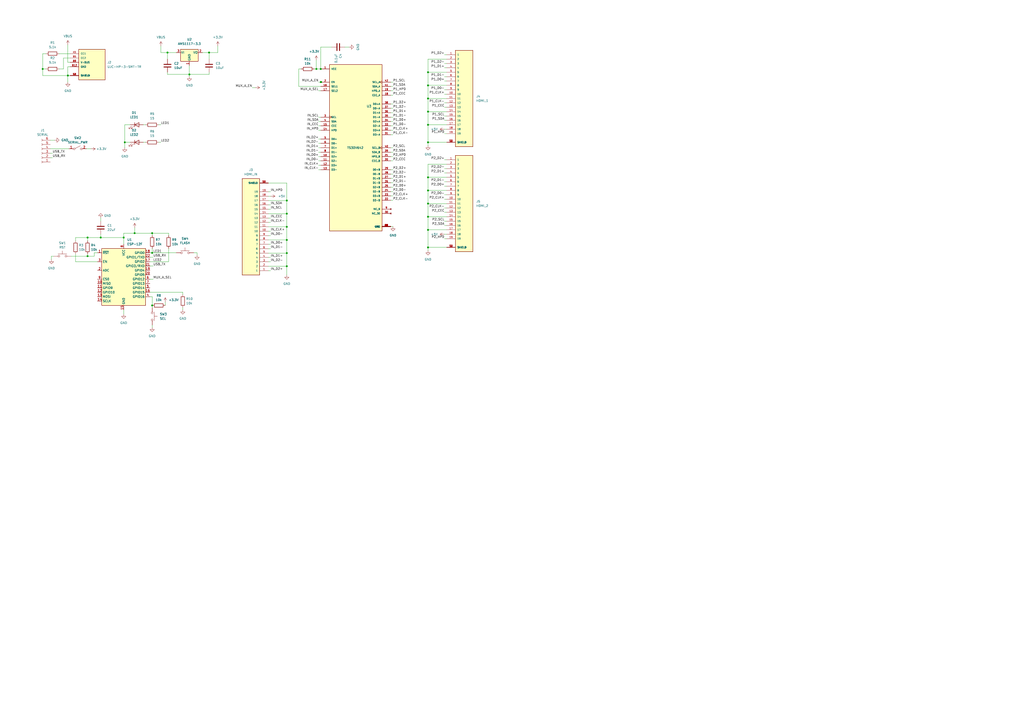
<source format=kicad_sch>
(kicad_sch (version 20211123) (generator eeschema)
  (paper "A2")
  (lib_symbols
    (symbol "Connector:Conn_01x06_Female" (pin_names (offset 1.016) hide)
      (property "Reference" "J" (at 0 7.62 0))
      (property "Value" "Conn_01x06_Female" (at 0 -10.16 0))
      (symbol "Conn_01x06_Female_1_1"
        (arc (start 0 -7.112) (mid -0.508 -7.62) (end 0 -8.128) (stroke (width 0.1524)))
        (arc (start 0 -4.572) (mid -0.508 -5.08) (end 0 -5.588) (stroke (width 0.1524)))
        (arc (start 0 -2.032) (mid -0.508 -2.54) (end 0 -3.048) (stroke (width 0.1524)))
        (polyline (pts (xy -1.27 -7.62) (xy -0.508 -7.62)) (stroke (width 0.1524)))
        (polyline (pts (xy -1.27 -5.08) (xy -0.508 -5.08)) (stroke (width 0.1524)))
        (polyline (pts (xy -1.27 -2.54) (xy -0.508 -2.54)) (stroke (width 0.1524)))
        (polyline (pts (xy -1.27 0) (xy -0.508 0)) (stroke (width 0.1524)))
        (polyline (pts (xy -1.27 2.54) (xy -0.508 2.54)) (stroke (width 0.1524)))
        (polyline (pts (xy -1.27 5.08) (xy -0.508 5.08)) (stroke (width 0.1524)))
        (arc (start 0 0.508) (mid -0.508 0) (end 0 -0.508) (stroke (width 0.1524)))
        (arc (start 0 3.048) (mid -0.508 2.54) (end 0 2.032) (stroke (width 0.1524)))
        (arc (start 0 5.588) (mid -0.508 5.08) (end 0 4.572) (stroke (width 0.1524)))
        (pin passive line (at -5.08 5.08 0) (length 3.81) (name "Pin_1") (number "1"))
        (pin passive line (at -5.08 2.54 0) (length 3.81) (name "Pin_2") (number "2"))
        (pin passive line (at -5.08 0 0) (length 3.81) (name "Pin_3") (number "3"))
        (pin passive line (at -5.08 -2.54 0) (length 3.81) (name "Pin_4") (number "4"))
        (pin passive line (at -5.08 -5.08 0) (length 3.81) (name "Pin_5") (number "5"))
        (pin passive line (at -5.08 -7.62 0) (length 3.81) (name "Pin_6") (number "6"))
      )
    )
    (symbol "Device:C" (pin_numbers hide) (pin_names (offset 0.254))
      (property "Reference" "C" (at 0.635 2.54 0))
      (property "Value" "C" (at 0.635 -2.54 0))
      (symbol "C_0_1"
        (polyline (pts (xy -2.032 -0.762) (xy 2.032 -0.762)) (stroke (width 0.508)))
        (polyline (pts (xy -2.032 0.762) (xy 2.032 0.762)) (stroke (width 0.508)))
      )
      (symbol "C_1_1"
        (pin passive line (at 0 3.81 270) (length 2.794) (name "~") (number "1"))
        (pin passive line (at 0 -3.81 90) (length 2.794) (name "~") (number "2"))
      )
    )
    (symbol "Device:LED" (pin_numbers hide) (pin_names (offset 1.016) hide)
      (property "Reference" "D" (at 0 2.54 0))
      (property "Value" "LED" (at 0 -2.54 0))
      (symbol "LED_0_1"
        (polyline (pts (xy -1.27 -1.27) (xy -1.27 1.27)) (stroke (width 0.254)))
        (polyline (pts (xy -1.27 0) (xy 1.27 0)))
        (polyline (pts (xy 1.27 -1.27) (xy 1.27 1.27) (xy -1.27 0) (xy 1.27 -1.27)) (stroke (width 0.254)))
        (polyline (pts (xy -3.048 -0.762) (xy -4.572 -2.286) (xy -3.81 -2.286) (xy -4.572 -2.286) (xy -4.572 -1.524)))
        (polyline (pts (xy -1.778 -0.762) (xy -3.302 -2.286) (xy -2.54 -2.286) (xy -3.302 -2.286) (xy -3.302 -1.524)))
      )
      (symbol "LED_1_1"
        (pin passive line (at -3.81 0 0) (length 2.54) (name "K") (number "1"))
        (pin passive line (at 3.81 0 180) (length 2.54) (name "A") (number "2"))
      )
    )
    (symbol "Device:R" (pin_numbers hide) (pin_names (offset 0))
      (property "Reference" "R" (at 2.032 0 90))
      (property "Value" "R" (at 0 0 90))
      (symbol "R_0_1"
        (rectangle (start -1.016 -2.54) (end 1.016 2.54) (stroke (width 0.254)))
      )
      (symbol "R_1_1"
        (pin passive line (at 0 3.81 270) (length 1.27) (name "~") (number "1"))
        (pin passive line (at 0 -3.81 90) (length 1.27) (name "~") (number "2"))
      )
    )
    (symbol "RF_Module:ESP-12F"
      (property "Reference" "U" (at -12.7 19.05 0))
      (property "Value" "ESP-12F" (at 12.7 19.05 0))
      (symbol "ESP-12F_0_1"
        (rectangle (start -12.7 17.78) (end 12.7 -15.24) (stroke (width 0.254)) (fill (type background)))
      )
      (symbol "ESP-12F_1_1"
        (pin input line (at -15.24 15.24 0) (length 2.54) (name "~{RST}") (number "1"))
        (pin bidirectional line (at -15.24 -2.54 0) (length 2.54) (name "MISO") (number "10"))
        (pin bidirectional line (at -15.24 -5.08 0) (length 2.54) (name "GPIO9") (number "11"))
        (pin bidirectional line (at -15.24 -7.62 0) (length 2.54) (name "GPIO10") (number "12"))
        (pin bidirectional line (at -15.24 -10.16 0) (length 2.54) (name "MOSI") (number "13"))
        (pin bidirectional line (at -15.24 -12.7 0) (length 2.54) (name "SCLK") (number "14"))
        (pin power_in line (at 0 -17.78 90) (length 2.54) (name "GND") (number "15"))
        (pin bidirectional line (at 15.24 -7.62 180) (length 2.54) (name "GPIO15") (number "16"))
        (pin bidirectional line (at 15.24 10.16 180) (length 2.54) (name "GPIO2") (number "17"))
        (pin bidirectional line (at 15.24 15.24 180) (length 2.54) (name "GPIO0") (number "18"))
        (pin bidirectional line (at 15.24 5.08 180) (length 2.54) (name "GPIO4") (number "19"))
        (pin input line (at -15.24 5.08 0) (length 2.54) (name "ADC") (number "2"))
        (pin bidirectional line (at 15.24 2.54 180) (length 2.54) (name "GPIO5") (number "20"))
        (pin bidirectional line (at 15.24 7.62 180) (length 2.54) (name "GPIO3/RXD") (number "21"))
        (pin bidirectional line (at 15.24 12.7 180) (length 2.54) (name "GPIO1/TXD") (number "22"))
        (pin input line (at -15.24 10.16 0) (length 2.54) (name "EN") (number "3"))
        (pin bidirectional line (at 15.24 -10.16 180) (length 2.54) (name "GPIO16") (number "4"))
        (pin bidirectional line (at 15.24 -5.08 180) (length 2.54) (name "GPIO14") (number "5"))
        (pin bidirectional line (at 15.24 0 180) (length 2.54) (name "GPIO12") (number "6"))
        (pin bidirectional line (at 15.24 -2.54 180) (length 2.54) (name "GPIO13") (number "7"))
        (pin power_in line (at 0 20.32 270) (length 2.54) (name "VCC") (number "8"))
        (pin input line (at -15.24 0 0) (length 2.54) (name "CS0") (number "9"))
      )
    )
    (symbol "Regulator_Linear:AMS1117-3.3" (pin_names (offset 0.254))
      (property "Reference" "U" (at -3.81 3.175 0))
      (property "Value" "AMS1117-3.3" (at 0 3.175 0))
      (symbol "AMS1117-3.3_0_1"
        (rectangle (start -5.08 -5.08) (end 5.08 1.905) (stroke (width 0.254)) (fill (type background)))
      )
      (symbol "AMS1117-3.3_1_1"
        (pin power_in line (at 0 -7.62 90) (length 2.54) (name "GND") (number "1"))
        (pin power_out line (at 7.62 0 180) (length 2.54) (name "VO") (number "2"))
        (pin power_in line (at -7.62 0 0) (length 2.54) (name "VI") (number "3"))
      )
    )
    (symbol "SS-53000-001:SS-53000-001" (pin_names (offset 1.016))
      (property "Reference" "J" (at -5.08 29.21 0))
      (property "Value" "SS-53000-001" (at -5.08 -30.48 0))
      (symbol "SS-53000-001_0_0"
        (rectangle (start -5.08 -27.94) (end 5.08 27.94) (stroke (width 0.254)) (fill (type background)))
        (pin passive line (at -10.16 25.4 0) (length 5.08) (name "1") (number "1"))
        (pin passive line (at -10.16 2.54 0) (length 5.08) (name "10") (number "10"))
        (pin passive line (at -10.16 0 0) (length 5.08) (name "11") (number "11"))
        (pin passive line (at -10.16 -2.54 0) (length 5.08) (name "12") (number "12"))
        (pin passive line (at -10.16 -5.08 0) (length 5.08) (name "13") (number "13"))
        (pin passive line (at -10.16 -7.62 0) (length 5.08) (name "14") (number "14"))
        (pin passive line (at -10.16 -10.16 0) (length 5.08) (name "15") (number "15"))
        (pin passive line (at -10.16 -12.7 0) (length 5.08) (name "16") (number "16"))
        (pin passive line (at -10.16 -15.24 0) (length 5.08) (name "17") (number "17"))
        (pin passive line (at -10.16 -17.78 0) (length 5.08) (name "18") (number "18"))
        (pin passive line (at -10.16 -20.32 0) (length 5.08) (name "19") (number "19"))
        (pin passive line (at -10.16 22.86 0) (length 5.08) (name "2") (number "2"))
        (pin passive line (at -10.16 20.32 0) (length 5.08) (name "3") (number "3"))
        (pin passive line (at -10.16 17.78 0) (length 5.08) (name "4") (number "4"))
        (pin passive line (at -10.16 15.24 0) (length 5.08) (name "5") (number "5"))
        (pin passive line (at -10.16 12.7 0) (length 5.08) (name "6") (number "6"))
        (pin passive line (at -10.16 10.16 0) (length 5.08) (name "7") (number "7"))
        (pin passive line (at -10.16 7.62 0) (length 5.08) (name "8") (number "8"))
        (pin passive line (at -10.16 5.08 0) (length 5.08) (name "9") (number "9"))
        (pin passive line (at -10.16 -25.4 0) (length 5.08) (name "SHIELD") (number "S1"))
        (pin passive line (at -10.16 -25.4 0) (length 5.08) (name "SHIELD") (number "S2"))
        (pin passive line (at -10.16 -25.4 0) (length 5.08) (name "SHIELD") (number "S3"))
        (pin passive line (at -10.16 -25.4 0) (length 5.08) (name "SHIELD") (number "S4"))
      )
    )
    (symbol "Switch:SW_Push" (pin_numbers hide) (pin_names (offset 1.016) hide)
      (property "Reference" "SW" (at 1.27 2.54 0))
      (property "Value" "SW_Push" (at 0 -1.524 0))
      (symbol "SW_Push_0_1"
        (circle (center -2.032 0) (radius 0.508))
        (polyline (pts (xy 0 1.27) (xy 0 3.048)))
        (polyline (pts (xy 2.54 1.27) (xy -2.54 1.27)))
        (circle (center 2.032 0) (radius 0.508))
        (pin passive line (at -5.08 0 0) (length 2.54) (name "1") (number "1"))
        (pin passive line (at 5.08 0 180) (length 2.54) (name "2") (number "2"))
      )
    )
    (symbol "Switch:SW_SPST" (pin_names (offset 0) hide)
      (property "Reference" "SW" (at 0 3.175 0))
      (property "Value" "SW_SPST" (at 0 -2.54 0))
      (symbol "SW_SPST_0_0"
        (circle (center -2.032 0) (radius 0.508))
        (polyline (pts (xy -1.524 0.254) (xy 1.524 1.778)))
        (circle (center 2.032 0) (radius 0.508))
      )
      (symbol "SW_SPST_1_1"
        (pin passive line (at -5.08 0 0) (length 2.54) (name "A") (number "1"))
        (pin passive line (at 5.08 0 180) (length 2.54) (name "B") (number "2"))
      )
    )
    (symbol "TS3DV642A0RUAR:TS3DV642A0RUAR" (pin_names (offset 1.016))
      (property "Reference" "U" (at -15.24 49.53 0))
      (property "Value" "TS3DV642A0RUAR" (at -15.24 -49.53 0))
      (symbol "TS3DV642A0RUAR_0_0"
        (rectangle (start -15.24 -48.26) (end 15.24 48.26) (stroke (width 0.254)) (fill (type background)))
        (pin power_in line (at -20.32 45.72 0) (length 5.08) (name "VCC") (number "1"))
        (pin bidirectional line (at -20.32 -5.08 0) (length 5.08) (name "D2+") (number "10"))
        (pin bidirectional line (at -20.32 -7.62 0) (length 5.08) (name "D2-") (number "11"))
        (pin bidirectional line (at -20.32 -10.16 0) (length 5.08) (name "D3+") (number "12"))
        (pin bidirectional line (at -20.32 -12.7 0) (length 5.08) (name "D3-") (number "13"))
        (pin bidirectional line (at -20.32 10.16 0) (length 5.08) (name "HPD") (number "14"))
        (pin bidirectional line (at -20.32 12.7 0) (length 5.08) (name "CEC") (number "15"))
        (pin input line (at -20.32 35.56 0) (length 5.08) (name "SEL1") (number "16"))
        (pin input line (at -20.32 33.02 0) (length 5.08) (name "SEL2") (number "17"))
        (pin bidirectional line (at 20.32 30.48 180) (length 5.08) (name "CEC_A") (number "18"))
        (pin bidirectional line (at 20.32 33.02 180) (length 5.08) (name "HPD_A") (number "19"))
        (pin input line (at -20.32 38.1 0) (length 5.08) (name "EN") (number "2"))
        (pin bidirectional line (at 20.32 -7.62 180) (length 5.08) (name "CEC_B") (number "20"))
        (pin bidirectional line (at 20.32 -5.08 180) (length 5.08) (name "HPD_B") (number "21"))
        (pin bidirectional line (at 20.32 -30.48 180) (length 5.08) (name "D3-B") (number "22"))
        (pin bidirectional line (at 20.32 -27.94 180) (length 5.08) (name "D3+B") (number "23"))
        (pin bidirectional line (at 20.32 -25.4 180) (length 5.08) (name "D2-B") (number "24"))
        (pin bidirectional line (at 20.32 -22.86 180) (length 5.08) (name "D2+B") (number "25"))
        (pin bidirectional line (at 20.32 -20.32 180) (length 5.08) (name "D1-B") (number "26"))
        (pin bidirectional line (at 20.32 -17.78 180) (length 5.08) (name "D1+B") (number "27"))
        (pin bidirectional line (at 20.32 -15.24 180) (length 5.08) (name "D0-B") (number "28"))
        (pin bidirectional line (at 20.32 -12.7 180) (length 5.08) (name "D0+B") (number "29"))
        (pin bidirectional clock (at -20.32 17.78 0) (length 5.08) (name "SCL") (number "3"))
        (pin no_connect line (at 20.32 -38.1 180) (length 5.08) (name "NC_30") (number "30"))
        (pin bidirectional line (at 20.32 7.62 180) (length 5.08) (name "D3-A") (number "31"))
        (pin bidirectional line (at 20.32 10.16 180) (length 5.08) (name "D3+A") (number "32"))
        (pin bidirectional line (at 20.32 12.7 180) (length 5.08) (name "D2-A") (number "33"))
        (pin bidirectional line (at 20.32 15.24 180) (length 5.08) (name "D2+A") (number "34"))
        (pin bidirectional line (at 20.32 17.78 180) (length 5.08) (name "D1-A") (number "35"))
        (pin bidirectional line (at 20.32 20.32 180) (length 5.08) (name "D1+A") (number "36"))
        (pin bidirectional line (at 20.32 22.86 180) (length 5.08) (name "D0-A") (number "37"))
        (pin bidirectional line (at 20.32 25.4 180) (length 5.08) (name "D0+A") (number "38"))
        (pin bidirectional line (at 20.32 -2.54 180) (length 5.08) (name "SDA_B") (number "39"))
        (pin bidirectional line (at -20.32 15.24 0) (length 5.08) (name "SDA") (number "4"))
        (pin bidirectional clock (at 20.32 0 180) (length 5.08) (name "SCL_B") (number "40"))
        (pin bidirectional line (at 20.32 35.56 180) (length 5.08) (name "SDA_A") (number "41"))
        (pin bidirectional clock (at 20.32 38.1 180) (length 5.08) (name "SCL_A") (number "42"))
        (pin power_in line (at 20.32 -45.72 180) (length 5.08) (name "GND") (number "43"))
        (pin power_in line (at 20.32 -45.72 180) (length 5.08) (name "GND") (number "44"))
        (pin power_in line (at 20.32 -45.72 180) (length 5.08) (name "GND") (number "45"))
        (pin power_in line (at 20.32 -45.72 180) (length 5.08) (name "GND") (number "46"))
        (pin power_in line (at 20.32 -45.72 180) (length 5.08) (name "GND") (number "47"))
        (pin power_in line (at 20.32 -45.72 180) (length 5.08) (name "GND") (number "48"))
        (pin power_in line (at 20.32 -45.72 180) (length 5.08) (name "GND") (number "49"))
        (pin bidirectional line (at -20.32 5.08 0) (length 5.08) (name "D0+") (number "5"))
        (pin power_in line (at 20.32 -45.72 180) (length 5.08) (name "GND") (number "50"))
        (pin power_in line (at 20.32 -45.72 180) (length 5.08) (name "GND") (number "51"))
        (pin power_in line (at 20.32 -45.72 180) (length 5.08) (name "GND") (number "52"))
        (pin power_in line (at 20.32 -45.72 180) (length 5.08) (name "GND") (number "53"))
        (pin power_in line (at 20.32 -45.72 180) (length 5.08) (name "GND") (number "54"))
        (pin power_in line (at 20.32 -45.72 180) (length 5.08) (name "GND") (number "55"))
        (pin power_in line (at 20.32 -45.72 180) (length 5.08) (name "GND") (number "56"))
        (pin power_in line (at 20.32 -45.72 180) (length 5.08) (name "GND") (number "57"))
        (pin power_in line (at 20.32 -45.72 180) (length 5.08) (name "GND") (number "58"))
        (pin power_in line (at 20.32 -45.72 180) (length 5.08) (name "GND") (number "59"))
        (pin bidirectional line (at -20.32 2.54 0) (length 5.08) (name "D0-") (number "6"))
        (pin power_in line (at 20.32 -45.72 180) (length 5.08) (name "GND") (number "60"))
        (pin bidirectional line (at -20.32 0 0) (length 5.08) (name "D1+") (number "7"))
        (pin bidirectional line (at -20.32 -2.54 0) (length 5.08) (name "D1-") (number "8"))
        (pin no_connect line (at 20.32 -35.56 180) (length 5.08) (name "NC_9") (number "9"))
      )
    )
    (symbol "UJC-HP-3-SMT-TR:UJC-HP-3-SMT-TR" (pin_names (offset 1.016))
      (property "Reference" "J" (at -7.62 8.89 0))
      (property "Value" "UJC-HP-3-SMT-TR" (at -7.62 -11.43 0))
      (symbol "UJC-HP-3-SMT-TR_0_0"
        (rectangle (start -7.62 -10.16) (end 7.62 7.62) (stroke (width 0.254)) (fill (type background)))
        (pin power_in line (at -12.7 -2.54 0) (length 5.08) (name "GND") (number "A12"))
        (pin bidirectional line (at -12.7 5.08 0) (length 5.08) (name "CC1") (number "A5"))
        (pin power_in line (at -12.7 0 0) (length 5.08) (name "V-BUS") (number "A9"))
        (pin power_in line (at -12.7 -2.54 0) (length 5.08) (name "GND") (number "B12"))
        (pin bidirectional line (at -12.7 2.54 0) (length 5.08) (name "CC2") (number "B5"))
        (pin power_in line (at -12.7 0 0) (length 5.08) (name "V-BUS") (number "B9"))
        (pin passive line (at -12.7 -7.62 0) (length 5.08) (name "SHIELD") (number "S1"))
        (pin passive line (at -12.7 -7.62 0) (length 5.08) (name "SHIELD") (number "S2"))
        (pin passive line (at -12.7 -7.62 0) (length 5.08) (name "SHIELD") (number "S3"))
        (pin passive line (at -12.7 -7.62 0) (length 5.08) (name "SHIELD") (number "S4"))
      )
    )
    (symbol "power:+3.3V" (power) (pin_names (offset 0))
      (property "Value" "+3.3V" (at 0 3.556 0))
      (symbol "+3.3V_0_1"
        (polyline (pts (xy -0.762 1.27) (xy 0 2.54)))
        (polyline (pts (xy 0 0) (xy 0 2.54)))
        (polyline (pts (xy 0 2.54) (xy 0.762 1.27)))
      )
      (symbol "+3.3V_1_1"
        (pin power_in line (at 0 0 90) (length 0) hide (name "+3.3V") (number "1"))
      )
    )
    (symbol "power:+5V" (power) (pin_names (offset 0))
      (property "Value" "+5V" (at 0 3.556 0))
      (symbol "+5V_0_1"
        (polyline (pts (xy -0.762 1.27) (xy 0 2.54)))
        (polyline (pts (xy 0 0) (xy 0 2.54)))
        (polyline (pts (xy 0 2.54) (xy 0.762 1.27)))
      )
      (symbol "+5V_1_1"
        (pin power_in line (at 0 0 90) (length 0) hide (name "+5V") (number "1"))
      )
    )
    (symbol "power:GND" (power) (pin_names (offset 0))
      (property "Value" "GND" (at 0 -3.81 0))
      (symbol "GND_0_1"
        (polyline (pts (xy 0 0) (xy 0 -1.27) (xy 1.27 -1.27) (xy 0 -2.54) (xy -1.27 -1.27) (xy 0 -1.27)))
      )
      (symbol "GND_1_1"
        (pin power_in line (at 0 0 270) (length 0) hide (name "GND") (number "1"))
      )
    )
    (symbol "power:VBUS" (power) (pin_names (offset 0))
      (property "Value" "VBUS" (at 0 3.81 0))
      (symbol "VBUS_0_1"
        (polyline (pts (xy -0.762 1.27) (xy 0 2.54)))
        (polyline (pts (xy 0 0) (xy 0 2.54)))
        (polyline (pts (xy 0 2.54) (xy 0.762 1.27)))
      )
      (symbol "VBUS_1_1"
        (pin power_in line (at 0 0 90) (length 0) hide (name "VBUS") (number "1"))
      )
    )
  )
  (junction (at 166.37 154.432))
  (junction (at 71.755 137.795))
  (junction (at 88.265 146.685))
  (junction (at 97.155 30.48))
  (junction (at 58.42 137.795))
  (junction (at 186.182 47.5996))
  (junction (at 248.285 125.73))
  (junction (at 248.285 133.35))
  (junction (at 248.285 110.49))
  (junction (at 248.285 102.87))
  (junction (at 166.37 116.332))
  (junction (at 166.37 139.192))
  (junction (at 186.1566 47.5996))
  (junction (at 248.285 82.55))
  (junction (at 109.855 43.18))
  (junction (at 183.515 40.005))
  (junction (at 24.765 40.005))
  (junction (at 248.285 41.91))
  (junction (at 39.37 43.815))
  (junction (at 50.8 137.795))
  (junction (at 248.285 72.39))
  (junction (at 248.285 118.11))
  (junction (at 248.285 49.53))
  (junction (at 248.285 57.15))
  (junction (at 248.285 143.51))
  (junction (at 121.285 30.48))
  (junction (at 166.37 131.572))
  (junction (at 50.8 148.59))
  (junction (at 166.37 146.812))
  (junction (at 88.265 135.255))
  (junction (at 72.39 82.55))
  (junction (at 186.055 40.005))
  (junction (at 78.105 135.255))
  (junction (at 88.265 177.165))
  (junction (at 166.37 123.952))
  (junction (at 248.285 64.77))
  (wire (pts (xy 226.695 85.725) (xy 227.965 85.725)))
  (wire (pts (xy 248.285 72.39) (xy 248.285 82.55)))
  (wire (pts (xy 41.275 148.59) (xy 50.8 148.59)))
  (wire (pts (xy 248.285 125.73) (xy 259.08 125.73)))
  (wire (pts (xy 166.37 123.952) (xy 166.37 116.332)))
  (wire (pts (xy 156.972 118.872) (xy 155.702 118.872)))
  (wire (pts (xy 166.37 154.432) (xy 166.37 146.812)))
  (wire (pts (xy 184.785 52.705) (xy 186.055 52.705)))
  (wire (pts (xy 186.055 27.305) (xy 192.405 27.305)))
  (wire (pts (xy 78.105 132.08) (xy 78.105 135.255)))
  (wire (pts (xy 166.37 116.332) (xy 155.702 116.332)))
  (wire (pts (xy 102.235 30.48) (xy 97.155 30.48)))
  (wire (pts (xy 71.755 179.705) (xy 71.755 182.245)))
  (wire (pts (xy 257.81 69.85) (xy 259.08 69.85)))
  (wire (pts (xy 121.285 30.48) (xy 121.285 34.29)))
  (wire (pts (xy 24.765 31.115) (xy 24.765 40.005)))
  (wire (pts (xy 34.29 31.115) (xy 40.64 31.115)))
  (wire (pts (xy 184.785 90.805) (xy 186.055 90.805)))
  (wire (pts (xy 226.695 93.345) (xy 227.965 93.345)))
  (wire (pts (xy 36.83 33.655) (xy 36.83 40.005)))
  (wire (pts (xy 92.075 82.55) (xy 93.345 82.55)))
  (wire (pts (xy 166.37 123.952) (xy 155.702 123.952)))
  (wire (pts (xy 97.155 41.91) (xy 97.155 43.18)))
  (wire (pts (xy 226.695 116.205) (xy 227.965 116.205)))
  (wire (pts (xy 156.972 156.972) (xy 155.702 156.972)))
  (wire (pts (xy 226.695 98.425) (xy 227.965 98.425)))
  (wire (pts (xy 257.81 77.47) (xy 259.08 77.47)))
  (wire (pts (xy 257.81 128.27) (xy 259.08 128.27)))
  (wire (pts (xy 146.304 50.8) (xy 148.082 50.8)))
  (wire (pts (xy 92.075 72.39) (xy 93.345 72.39)))
  (wire (pts (xy 121.285 30.48) (xy 126.365 30.48)))
  (wire (pts (xy 72.39 82.55) (xy 75.565 82.55)))
  (wire (pts (xy 184.785 47.625) (xy 186.055 47.625)))
  (wire (pts (xy 50.8 137.795) (xy 58.42 137.795)))
  (wire (pts (xy 109.855 43.18) (xy 121.285 43.18)))
  (wire (pts (xy 29.21 88.9) (xy 30.48 88.9)))
  (wire (pts (xy 183.515 34.925) (xy 183.515 40.005)))
  (wire (pts (xy 257.81 120.65) (xy 259.08 120.65)))
  (wire (pts (xy 257.81 54.61) (xy 259.08 54.61)))
  (wire (pts (xy 88.265 146.685) (xy 102.235 146.685)))
  (wire (pts (xy 88.265 144.145) (xy 88.265 146.685)))
  (wire (pts (xy 248.285 133.35) (xy 259.08 133.35)))
  (wire (pts (xy 257.81 115.57) (xy 259.08 115.57)))
  (wire (pts (xy 39.37 43.815) (xy 40.64 43.815)))
  (wire (pts (xy 257.81 59.69) (xy 259.08 59.69)))
  (wire (pts (xy 106.045 178.435) (xy 106.045 179.705)))
  (wire (pts (xy 26.67 31.115) (xy 24.765 31.115)))
  (wire (pts (xy 166.37 106.172) (xy 155.702 106.172)))
  (wire (pts (xy 88.265 188.595) (xy 88.265 189.865)))
  (wire (pts (xy 248.285 133.35) (xy 248.285 143.51)))
  (wire (pts (xy 93.345 30.48) (xy 93.345 26.67)))
  (wire (pts (xy 257.81 39.37) (xy 259.08 39.37)))
  (wire (pts (xy 166.37 139.192) (xy 155.702 139.192)))
  (wire (pts (xy 156.972 111.252) (xy 155.702 111.252)))
  (wire (pts (xy 173.355 40.005) (xy 174.625 40.005)))
  (wire (pts (xy 248.285 110.49) (xy 259.08 110.49)))
  (wire (pts (xy 106.045 170.815) (xy 106.045 169.545)))
  (wire (pts (xy 86.995 149.225) (xy 88.9 149.225)))
  (wire (pts (xy 259.08 34.29) (xy 248.285 34.29)))
  (wire (pts (xy 97.155 30.48) (xy 93.345 30.48)))
  (wire (pts (xy 226.695 100.965) (xy 227.965 100.965)))
  (wire (pts (xy 114.3 147.955) (xy 114.3 146.685)))
  (wire (pts (xy 114.3 146.685) (xy 112.395 146.685)))
  (wire (pts (xy 186.055 50.165) (xy 173.355 50.165)))
  (wire (pts (xy 248.285 49.53) (xy 259.08 49.53)))
  (wire (pts (xy 156.972 134.112) (xy 155.702 134.112)))
  (wire (pts (xy 248.285 110.49) (xy 248.285 118.11)))
  (wire (pts (xy 97.155 43.18) (xy 109.855 43.18)))
  (wire (pts (xy 43.815 151.765) (xy 56.515 151.765)))
  (wire (pts (xy 83.185 72.39) (xy 84.455 72.39)))
  (wire (pts (xy 72.39 82.55) (xy 72.39 85.598)))
  (wire (pts (xy 95.885 175.26) (xy 95.885 177.165)))
  (wire (pts (xy 39.37 36.195) (xy 40.64 36.195)))
  (wire (pts (xy 226.695 67.945) (xy 227.965 67.945)))
  (wire (pts (xy 257.81 36.83) (xy 259.08 36.83)))
  (wire (pts (xy 40.64 33.655) (xy 36.83 33.655)))
  (wire (pts (xy 226.695 131.445) (xy 227.965 131.445)))
  (wire (pts (xy 226.695 60.325) (xy 227.965 60.325)))
  (wire (pts (xy 226.695 88.265) (xy 227.965 88.265)))
  (wire (pts (xy 226.695 103.505) (xy 227.965 103.505)))
  (wire (pts (xy 166.37 131.572) (xy 155.702 131.572)))
  (wire (pts (xy 117.475 30.48) (xy 121.285 30.48)))
  (wire (pts (xy 184.785 83.185) (xy 186.055 83.185)))
  (wire (pts (xy 24.765 40.005) (xy 26.67 40.005)))
  (wire (pts (xy 43.815 151.765) (xy 43.815 147.32)))
  (wire (pts (xy 248.285 102.87) (xy 259.08 102.87)))
  (wire (pts (xy 72.39 82.55) (xy 72.39 72.39)))
  (wire (pts (xy 156.972 129.032) (xy 155.702 129.032)))
  (wire (pts (xy 248.285 57.15) (xy 248.285 64.77)))
  (wire (pts (xy 29.21 86.36) (xy 40.005 86.36)))
  (wire (pts (xy 257.81 97.79) (xy 259.08 97.79)))
  (wire (pts (xy 226.695 50.165) (xy 227.965 50.165)))
  (wire (pts (xy 257.81 107.95) (xy 259.08 107.95)))
  (wire (pts (xy 88.265 135.255) (xy 88.265 136.525)))
  (wire (pts (xy 43.815 139.7) (xy 43.815 137.795)))
  (wire (pts (xy 78.105 135.255) (xy 71.755 135.255)))
  (wire (pts (xy 39.37 47.625) (xy 39.37 43.815)))
  (wire (pts (xy 226.695 108.585) (xy 227.965 108.585)))
  (wire (pts (xy 257.81 46.99) (xy 259.08 46.99)))
  (wire (pts (xy 186.055 40.005) (xy 186.055 27.305)))
  (wire (pts (xy 248.285 64.77) (xy 248.285 72.39)))
  (wire (pts (xy 257.81 138.43) (xy 259.08 138.43)))
  (wire (pts (xy 156.972 149.352) (xy 155.702 149.352)))
  (wire (pts (xy 97.79 144.145) (xy 97.79 151.765)))
  (wire (pts (xy 156.972 121.412) (xy 155.702 121.412)))
  (wire (pts (xy 86.995 146.685) (xy 88.265 146.685)))
  (wire (pts (xy 156.972 126.492) (xy 155.702 126.492)))
  (wire (pts (xy 184.785 98.425) (xy 186.055 98.425)))
  (wire (pts (xy 248.285 57.15) (xy 259.08 57.15)))
  (wire (pts (xy 226.695 78.105) (xy 227.965 78.105)))
  (wire (pts (xy 248.285 49.53) (xy 248.285 57.15)))
  (wire (pts (xy 226.695 113.665) (xy 227.965 113.665)))
  (wire (pts (xy 184.785 80.645) (xy 186.055 80.645)))
  (wire (pts (xy 257.81 74.93) (xy 259.08 74.93)))
  (wire (pts (xy 29.21 91.44) (xy 30.48 91.44)))
  (wire (pts (xy 155.702 113.792) (xy 156.972 113.792)))
  (wire (pts (xy 257.81 100.33) (xy 259.08 100.33)))
  (wire (pts (xy 50.165 86.36) (xy 52.705 86.36)))
  (wire (pts (xy 184.785 95.885) (xy 186.055 95.885)))
  (wire (pts (xy 184.785 70.485) (xy 186.055 70.485)))
  (wire (pts (xy 166.37 116.332) (xy 166.37 106.172)))
  (wire (pts (xy 166.37 131.572) (xy 166.37 123.952)))
  (wire (pts (xy 126.365 30.48) (xy 126.365 26.67)))
  (wire (pts (xy 50.8 139.7) (xy 50.8 137.795)))
  (wire (pts (xy 259.08 95.25) (xy 248.285 95.25)))
  (wire (pts (xy 166.37 139.192) (xy 166.37 131.572)))
  (wire (pts (xy 166.37 154.432) (xy 166.37 159.512)))
  (wire (pts (xy 226.695 65.405) (xy 227.965 65.405)))
  (wire (pts (xy 183.515 40.005) (xy 186.055 40.005)))
  (wire (pts (xy 226.695 55.245) (xy 227.965 55.245)))
  (wire (pts (xy 97.79 135.255) (xy 97.79 136.525)))
  (wire (pts (xy 86.995 161.925) (xy 88.9 161.925)))
  (wire (pts (xy 54.61 148.59) (xy 50.8 148.59)))
  (wire (pts (xy 56.515 146.685) (xy 54.61 146.685)))
  (wire (pts (xy 156.972 136.652) (xy 155.702 136.652)))
  (wire (pts (xy 58.42 135.89) (xy 58.42 137.795)))
  (wire (pts (xy 156.972 141.732) (xy 155.702 141.732)))
  (wire (pts (xy 184.785 88.265) (xy 186.055 88.265)))
  (wire (pts (xy 226.695 62.865) (xy 227.965 62.865)))
  (wire (pts (xy 248.285 72.39) (xy 259.08 72.39)))
  (wire (pts (xy 50.8 148.59) (xy 50.8 147.32)))
  (wire (pts (xy 58.42 137.795) (xy 71.755 137.795)))
  (wire (pts (xy 200.025 27.305) (xy 202.565 27.305)))
  (wire (pts (xy 71.755 135.255) (xy 71.755 137.795)))
  (wire (pts (xy 184.785 75.565) (xy 186.055 75.565)))
  (wire (pts (xy 184.785 85.725) (xy 186.055 85.725)))
  (wire (pts (xy 248.285 82.55) (xy 259.08 82.55)))
  (wire (pts (xy 29.845 148.59) (xy 31.115 148.59)))
  (wire (pts (xy 166.37 146.812) (xy 166.37 139.192)))
  (wire (pts (xy 248.285 95.25) (xy 248.285 102.87)))
  (wire (pts (xy 248.285 34.29) (xy 248.285 41.91)))
  (wire (pts (xy 78.105 135.255) (xy 88.265 135.255)))
  (wire (pts (xy 43.815 137.795) (xy 50.8 137.795)))
  (wire (pts (xy 248.285 125.73) (xy 248.285 133.35)))
  (wire (pts (xy 58.42 126.365) (xy 58.42 128.27)))
  (wire (pts (xy 184.785 93.345) (xy 186.055 93.345)))
  (wire (pts (xy 184.785 73.025) (xy 186.055 73.025)))
  (wire (pts (xy 257.81 92.71) (xy 259.08 92.71)))
  (wire (pts (xy 257.81 135.89) (xy 259.08 135.89)))
  (wire (pts (xy 86.995 154.305) (xy 88.9 154.305)))
  (wire (pts (xy 257.81 123.19) (xy 259.08 123.19)))
  (wire (pts (xy 248.285 102.87) (xy 248.285 110.49)))
  (wire (pts (xy 155.702 154.432) (xy 166.37 154.432)))
  (wire (pts (xy 257.81 44.45) (xy 259.08 44.45)))
  (wire (pts (xy 248.285 41.91) (xy 259.08 41.91)))
  (wire (pts (xy 226.695 73.025) (xy 227.965 73.025)))
  (wire (pts (xy 257.81 105.41) (xy 259.08 105.41)))
  (wire (pts (xy 226.695 75.565) (xy 227.965 75.565)))
  (wire (pts (xy 29.845 150.495) (xy 29.845 148.59)))
  (wire (pts (xy 257.81 31.75) (xy 259.08 31.75)))
  (wire (pts (xy 226.695 47.625) (xy 227.965 47.625)))
  (wire (pts (xy 88.265 135.255) (xy 97.79 135.255)))
  (wire (pts (xy 109.855 38.1) (xy 109.855 43.18)))
  (wire (pts (xy 39.37 26.035) (xy 39.37 36.195)))
  (wire (pts (xy 39.37 43.815) (xy 39.37 38.735)))
  (wire (pts (xy 71.755 137.795) (xy 71.755 141.605)))
  (wire (pts (xy 248.285 143.51) (xy 248.285 145.415)))
  (wire (pts (xy 88.265 172.085) (xy 88.265 177.165)))
  (wire (pts (xy 257.81 113.03) (xy 259.08 113.03)))
  (wire (pts (xy 54.61 146.685) (xy 54.61 148.59)))
  (wire (pts (xy 257.81 67.31) (xy 259.08 67.31)))
  (wire (pts (xy 248.285 41.91) (xy 248.285 49.53)))
  (wire (pts (xy 88.265 177.165) (xy 88.265 178.435)))
  (wire (pts (xy 72.39 72.39) (xy 75.565 72.39)))
  (wire (pts (xy 86.995 169.545) (xy 106.045 169.545)))
  (wire (pts (xy 156.972 144.272) (xy 155.702 144.272)))
  (wire (pts (xy 121.285 41.91) (xy 121.285 43.18)))
  (wire (pts (xy 173.355 50.165) (xy 173.355 40.005)))
  (wire (pts (xy 29.21 81.28) (xy 31.75 81.28)))
  (wire (pts (xy 226.695 106.045) (xy 227.965 106.045)))
  (wire (pts (xy 36.83 40.005) (xy 34.29 40.005)))
  (wire (pts (xy 248.285 64.77) (xy 259.08 64.77)))
  (wire (pts (xy 226.695 111.125) (xy 227.965 111.125)))
  (wire (pts (xy 248.285 82.55) (xy 248.285 84.455)))
  (wire (pts (xy 226.695 90.805) (xy 227.965 90.805)))
  (wire (pts (xy 24.765 43.815) (xy 39.37 43.815)))
  (wire (pts (xy 257.81 130.81) (xy 259.08 130.81)))
  (wire (pts (xy 226.695 70.485) (xy 227.965 70.485)))
  (wire (pts (xy 257.81 62.23) (xy 259.08 62.23)))
  (wire (pts (xy 86.995 172.085) (xy 88.265 172.085)))
  (wire (pts (xy 109.855 43.18) (xy 109.855 44.45)))
  (wire (pts (xy 182.245 40.005) (xy 183.515 40.005)))
  (wire (pts (xy 257.81 52.07) (xy 259.08 52.07)))
  (wire (pts (xy 86.995 151.765) (xy 97.79 151.765)))
  (wire (pts (xy 248.285 118.11) (xy 259.08 118.11)))
  (wire (pts (xy 186.182 47.5996) (xy 186.1566 47.5996)))
  (wire (pts (xy 24.765 40.005) (xy 24.765 43.815)))
  (wire (pts (xy 248.285 143.51) (xy 259.08 143.51)))
  (wire (pts (xy 156.972 151.892) (xy 155.702 151.892)))
  (wire (pts (xy 248.285 118.11) (xy 248.285 125.73)))
  (wire (pts (xy 226.695 52.705) (xy 227.965 52.705)))
  (wire (pts (xy 83.185 82.55) (xy 84.455 82.55)))
  (wire (pts (xy 97.155 30.48) (xy 97.155 34.29)))
  (wire (pts (xy 39.37 38.735) (xy 40.64 38.735)))
  (wire (pts (xy 166.37 146.812) (xy 155.702 146.812)))
  (wire (pts (xy 184.785 67.945) (xy 186.055 67.945)))
  (label "P2_D1+" (at 227.965 103.505 0))
  (label "P1_D1-" (at 227.965 67.945 0))
  (label "LED1" (at 88.9 146.685 0))
  (label "IN_CLK-" (at 184.785 98.425 180))
  (label "IN_D2-" (at 156.972 151.892 0))
  (label "IN_CLK-" (at 156.972 129.032 0))
  (label "P1_HPD" (at 257.81 77.47 180))
  (label "P1_CEC" (at 227.965 55.245 0))
  (label "P1_CLK-" (at 257.81 59.69 180))
  (label "P1_SDA" (at 227.965 50.165 0))
  (label "P1_CLK-" (at 227.965 78.105 0))
  (label "IN_SCL" (at 156.972 121.412 0))
  (label "P1_D2-" (at 227.965 62.865 0))
  (label "P2_CEC" (at 257.81 123.19 180))
  (label "LED2" (at 88.9 151.765 0))
  (label "P2_CLK+" (at 257.81 115.57 180))
  (label "MUX_A_EN" (at 146.304 50.8 180))
  (label "P1_CLK+" (at 257.81 54.61 180))
  (label "IN_CLK+" (at 184.785 95.885 180))
  (label "IN_D0-" (at 156.972 136.652 0))
  (label "MUX_A_SEL" (at 88.9 161.925 0))
  (label "IN_D1+" (at 184.785 85.725 180))
  (label "P2_HPD" (at 257.81 138.43 180))
  (label "P2_D0-" (at 257.81 113.03 180))
  (label "P2_D2+" (at 227.965 98.425 0))
  (label "USB_RX" (at 88.9 149.225 0))
  (label "P1_D0+" (at 257.81 46.99 180))
  (label "IN_SDA" (at 156.972 118.872 0))
  (label "P1_CLK+" (at 227.965 75.565 0))
  (label "LED2" (at 93.345 82.55 0))
  (label "IN_SCL" (at 184.785 67.945 180))
  (label "IN_D2+" (at 156.972 156.972 0))
  (label "P2_D0+" (at 257.81 107.95 180))
  (label "P2_D2-" (at 227.965 100.965 0))
  (label "P2_HPD" (at 227.965 90.805 0))
  (label "IN_D1-" (at 184.785 88.265 180))
  (label "P2_D1-" (at 227.965 106.045 0))
  (label "P1_SCL" (at 227.965 47.625 0))
  (label "P2_CEC" (at 227.965 93.345 0))
  (label "P2_D0+" (at 227.965 108.585 0))
  (label "P1_D1+" (at 257.81 39.37 180))
  (label "P1_CEC" (at 257.81 62.23 180))
  (label "IN_CEC" (at 184.785 73.025 180))
  (label "P2_D1+" (at 257.81 100.33 180))
  (label "USB_RX" (at 30.48 91.44 0))
  (label "P1_SDA" (at 257.81 69.85 180))
  (label "P2_D2-" (at 257.81 97.79 180))
  (label "P1_HPD" (at 227.965 52.705 0))
  (label "IN_D0+" (at 184.785 90.805 180))
  (label "IN_CLK+" (at 156.972 134.112 0))
  (label "P1_D1-" (at 257.81 44.45 180))
  (label "P2_CLK-" (at 227.965 116.205 0))
  (label "IN_D2-" (at 184.785 83.185 180))
  (label "P1_D2+" (at 257.81 31.75 180))
  (label "MUX_A_EN" (at 184.785 47.625 180))
  (label "P2_D1-" (at 257.81 105.41 180))
  (label "P1_D2-" (at 257.81 36.83 180))
  (label "P2_SDA" (at 257.81 130.81 180))
  (label "LED1" (at 93.345 72.39 0))
  (label "P2_CLK+" (at 227.965 113.665 0))
  (label "IN_HPD" (at 156.972 111.252 0))
  (label "IN_D0-" (at 184.785 93.345 180))
  (label "MUX_A_SEL" (at 184.785 52.705 180))
  (label "P1_D1+" (at 227.965 65.405 0))
  (label "P2_SDA" (at 227.965 88.265 0))
  (label "IN_D0+" (at 156.972 141.732 0))
  (label "P1_D0-" (at 227.965 73.025 0))
  (label "P2_D0-" (at 227.965 111.125 0))
  (label "P1_D0-" (at 257.81 52.07 180))
  (label "IN_D1-" (at 156.972 144.272 0))
  (label "P2_CLK-" (at 257.81 120.65 180))
  (label "P2_SCL" (at 257.81 128.27 180))
  (label "IN_CEC" (at 156.972 126.492 0))
  (label "USB_TX" (at 30.48 88.9 0))
  (label "P1_D2+" (at 227.965 60.325 0))
  (label "IN_D2+" (at 184.785 80.645 180))
  (label "P1_D0+" (at 227.965 70.485 0))
  (label "P1_SCL" (at 257.81 67.31 180))
  (label "P2_D2+" (at 257.81 92.71 180))
  (label "IN_D1+" (at 156.972 149.352 0))
  (label "USB_TX" (at 88.9 154.305 0))
  (label "IN_SDA" (at 184.785 70.485 180))
  (label "P2_SCL" (at 227.965 85.725 0))
  (label "IN_HPD" (at 184.785 75.565 180))
  (symbol (lib_id "Device:C") (at 97.155 38.1 0) (unit 1)
    (property "Reference" "C2" (at 100.965 36.8299 0) (effects (justify left)))
    (property "Value" "10uF" (at 100.965 39.3699 0) (effects (justify left)))
    (property "Footprint" "Capacitor_SMD:C_0603_1608Metric_Pad1.08x0.95mm_HandSolder" (effects hide))
  )
  (symbol (lib_id "TS3DV642A0RUAR:TS3DV642A0RUAR") (at 206.375 85.725 0) (unit 1)
    (property "Reference" "U3" (at 212.725 61.595 0) (effects (justify left)))
    (property "Value" "TS3DV642" (at 201.295 85.725 0) (effects (justify left)))
    (property "Footprint" "QFN50P900X350X80-43N:QFN50P900X350X80-43N" (effects hide))
    (property "MANUFACTURER" "Texas Instruments" (effects hide))
    (property "PARTREV" "4219139/A 03/2020" (effects hide))
    (property "STANDARD" "IPC-7351B" (effects hide))
    (property "MAXIMUM_PACKAGE_HEIGHT" "0.8MM" (effects hide))
  )
  (symbol (lib_id "Switch:SW_Push") (at 107.315 146.685 0) (unit 1)
    (property "Reference" "SW4" (at 107.315 138.43 0))
    (property "Value" "FLASH" (at 107.315 140.97 0))
    (property "Footprint" "Button_Switch_THT:SW_PUSH_6mm" (effects hide))
  )
  (symbol (lib_id "power:GND") (at 227.965 131.445 0) (unit 1)
    (property "Reference" "#PWR021" (effects hide))
    (property "Value" "GND" (at 227.965 136.525 0))
  )
  (symbol (lib_id "Device:R") (at 30.48 40.005 90) (unit 1)
    (property "Reference" "R2" (at 30.48 33.655 90))
    (property "Value" "5.1k" (at 30.48 36.195 90))
    (property "Footprint" "Resistor_SMD:R_0805_2012Metric_Pad1.20x1.40mm_HandSolder" (effects hide))
  )
  (symbol (lib_id "power:+3.3V") (at 126.365 26.67 0) (unit 1)
    (property "Reference" "#PWR016" (effects hide))
    (property "Value" "+3.3V" (at 126.365 21.59 0))
  )
  (symbol (lib_id "power:VBUS") (at 93.345 26.67 0) (unit 1)
    (property "Reference" "#PWR011" (effects hide))
    (property "Value" "VBUS" (at 93.345 21.59 0))
  )
  (symbol (lib_id "Regulator_Linear:AMS1117-3.3") (at 109.855 30.48 0) (unit 1)
    (property "Reference" "U2" (at 109.855 22.86 0))
    (property "Value" "AMS1117-3.3" (at 109.855 25.4 0))
    (property "Footprint" "Package_TO_SOT_SMD:SOT-223-3_TabPin2" (effects hide))
    (property "Datasheet" "http://www.advanced-monolithic.com/pdf/ds1117.pdf" (effects hide))
  )
  (symbol (lib_id "power:GND") (at 72.39 85.598 0) (unit 1)
    (property "Reference" "#PWR08" (effects hide))
    (property "Value" "GND" (at 72.39 90.678 0))
  )
  (symbol (lib_id "Switch:SW_Push") (at 88.265 183.515 270) (unit 1)
    (property "Reference" "SW3" (at 92.71 182.2449 90) (effects (justify left)))
    (property "Value" "SEL" (at 92.71 184.7849 90) (effects (justify left)))
    (property "Footprint" "Button_Switch_THT:SW_PUSH_6mm" (effects hide))
  )
  (symbol (lib_id "Device:R") (at 106.045 174.625 0) (unit 1)
    (property "Reference" "R10" (at 107.95 173.3549 0) (effects (justify left)))
    (property "Value" "10k" (at 107.95 175.8949 0) (effects (justify left)))
    (property "Footprint" "Resistor_SMD:R_0805_2012Metric_Pad1.20x1.40mm_HandSolder" (effects hide))
  )
  (symbol (lib_id "Device:R") (at 88.265 72.39 90) (unit 1)
    (property "Reference" "R5" (at 88.265 66.04 90))
    (property "Value" "15" (at 88.265 68.58 90))
    (property "Footprint" "Resistor_SMD:R_0805_2012Metric_Pad1.20x1.40mm_HandSolder" (effects hide))
  )
  (symbol (lib_id "power:GND") (at 31.75 81.28 90) (unit 1)
    (property "Reference" "#PWR02" (effects hide))
    (property "Value" "GND" (at 35.56 81.2799 90) (effects (justify right)))
  )
  (symbol (lib_id "power:GND") (at 71.755 182.245 0) (unit 1)
    (property "Reference" "#PWR07" (effects hide))
    (property "Value" "GND" (at 71.755 187.325 0))
  )
  (symbol (lib_id "Device:R") (at 92.075 177.165 90) (unit 1)
    (property "Reference" "R8" (at 92.075 171.45 90))
    (property "Value" "10k" (at 92.075 173.99 90))
    (property "Footprint" "Resistor_SMD:R_0805_2012Metric_Pad1.20x1.40mm_HandSolder" (effects hide))
  )
  (symbol (lib_id "power:GND") (at 29.845 150.495 0) (unit 1)
    (property "Reference" "#PWR01" (effects hide))
    (property "Value" "GND" (at 29.845 155.575 0))
  )
  (symbol (lib_id "Switch:SW_SPST") (at 45.085 86.36 0) (unit 1)
    (property "Reference" "SW2" (at 45.085 80.01 0))
    (property "Value" "SERIAL_PWR" (at 45.085 82.55 0))
    (property "Footprint" "MINI-SPDT-SW:MINI-SPDT-SW" (effects hide))
  )
  (symbol (lib_id "SS-53000-001:SS-53000-001") (at 269.24 118.11 0) (unit 1)
    (property "Reference" "J5" (at 276.225 116.8399 0) (effects (justify left)))
    (property "Value" "HDMI_2" (at 276.225 119.3799 0) (effects (justify left)))
    (property "Footprint" "STEWART_SS-53000-001:STEWART_SS-53000-001" (effects hide))
    (property "Datasheet" "https://en.wikipedia.org/wiki/HDMI" (effects hide))
    (property "MAXIMUM_PACKAGE_HEIGHT" "6.18 mm" (effects hide))
    (property "STANDARD" "Manufacturer Recommendations" (effects hide))
    (property "PARTREV" "A0" (effects hide))
    (property "MANUFACTURER" "BelFuse" (effects hide))
  )
  (symbol (lib_id "power:GND") (at 39.37 47.625 0) (unit 1)
    (property "Reference" "#PWR04" (effects hide))
    (property "Value" "GND" (at 39.37 52.705 0))
  )
  (symbol (lib_id "Device:C") (at 58.42 132.08 0) (unit 1)
    (property "Reference" "C1" (at 62.23 130.8099 0) (effects (justify left)))
    (property "Value" "22uF" (at 62.23 133.3499 0) (effects (justify left)))
    (property "Footprint" "Capacitor_SMD:C_0603_1608Metric_Pad1.08x0.95mm_HandSolder" (effects hide))
  )
  (symbol (lib_id "power:GND") (at 202.565 27.305 90) (unit 1)
    (property "Reference" "#PWR020" (effects hide))
    (property "Value" "GND" (at 207.645 27.305 0))
  )
  (symbol (lib_id "Device:C") (at 196.215 27.305 270) (unit 1)
    (property "Reference" "C4" (at 197.4851 31.115 0) (effects (justify left)))
    (property "Value" "0.1uF" (at 194.9451 31.115 0) (effects (justify left)))
    (property "Footprint" "Capacitor_SMD:C_0603_1608Metric_Pad1.08x0.95mm_HandSolder" (effects hide))
  )
  (symbol (lib_id "power:+5V") (at 156.972 113.792 270) (unit 1)
    (property "Reference" "#PWR017" (effects hide))
    (property "Value" "+5V" (at 161.29 113.7919 90) (effects (justify left)))
  )
  (symbol (lib_id "power:+5V") (at 257.81 74.93 90) (unit 1)
    (property "Reference" "#PWR024" (effects hide))
    (property "Value" "+5V" (at 254 74.9299 90) (effects (justify left)))
  )
  (symbol (lib_id "Device:R") (at 50.8 143.51 0) (unit 1)
    (property "Reference" "R4" (at 52.705 142.2399 0) (effects (justify left)))
    (property "Value" "10k" (at 52.705 144.7799 0) (effects (justify left)))
    (property "Footprint" "Resistor_SMD:R_0805_2012Metric_Pad1.20x1.40mm_HandSolder" (effects hide))
  )
  (symbol (lib_id "power:GND") (at 166.37 159.512 0) (unit 1)
    (property "Reference" "#PWR018" (effects hide))
    (property "Value" "GND" (at 166.37 164.592 0))
  )
  (symbol (lib_id "Device:R") (at 97.79 140.335 0) (unit 1)
    (property "Reference" "R9" (at 99.695 139.0649 0) (effects (justify left)))
    (property "Value" "10k" (at 99.695 141.6049 0) (effects (justify left)))
    (property "Footprint" "Resistor_SMD:R_0805_2012Metric_Pad1.20x1.40mm_HandSolder" (effects hide))
  )
  (symbol (lib_id "power:GND") (at 88.265 189.865 0) (unit 1)
    (property "Reference" "#PWR010" (effects hide))
    (property "Value" "GND" (at 88.265 194.945 0))
  )
  (symbol (lib_id "Device:R") (at 88.265 140.335 0) (unit 1)
    (property "Reference" "R7" (at 90.17 139.0649 0) (effects (justify left)))
    (property "Value" "10k" (at 90.17 141.6049 0) (effects (justify left)))
    (property "Footprint" "Resistor_SMD:R_0805_2012Metric_Pad1.20x1.40mm_HandSolder" (effects hide))
  )
  (symbol (lib_id "Device:LED") (at 79.375 72.39 0) (unit 1)
    (property "Reference" "D1" (at 77.7875 65.405 0))
    (property "Value" "LED1" (at 77.7875 67.945 0))
    (property "Footprint" "LED_SMD:LED_0805_2012Metric_Pad1.15x1.40mm_HandSolder" (effects hide))
  )
  (symbol (lib_id "power:VBUS") (at 39.37 26.035 0) (unit 1)
    (property "Reference" "#PWR03" (effects hide))
    (property "Value" "VBUS" (at 39.37 20.955 0))
  )
  (symbol (lib_id "power:GND") (at 109.855 44.45 0) (unit 1)
    (property "Reference" "#PWR014" (effects hide))
    (property "Value" "GND" (at 109.855 49.53 0))
  )
  (symbol (lib_id "power:GND") (at 248.285 145.415 0) (unit 1)
    (property "Reference" "#PWR023" (effects hide))
    (property "Value" "GND" (at 248.285 150.495 0))
  )
  (symbol (lib_id "power:+5V") (at 257.81 135.89 90) (unit 1)
    (property "Reference" "#PWR025" (effects hide))
    (property "Value" "+5V" (at 254 135.8899 90) (effects (justify left)))
  )
  (symbol (lib_id "Switch:SW_Push") (at 36.195 148.59 0) (unit 1)
    (property "Reference" "SW1" (at 36.195 140.97 0))
    (property "Value" "RST" (at 36.195 143.51 0))
    (property "Footprint" "Button_Switch_THT:SW_PUSH_6mm" (effects hide))
  )
  (symbol (lib_id "Device:R") (at 88.265 82.55 90) (unit 1)
    (property "Reference" "R6" (at 88.265 76.2 90))
    (property "Value" "15" (at 88.265 78.74 90))
    (property "Footprint" "Resistor_SMD:R_0805_2012Metric_Pad1.20x1.40mm_HandSolder" (effects hide))
  )
  (symbol (lib_id "power:GND") (at 58.42 126.365 180) (unit 1)
    (property "Reference" "#PWR06" (effects hide))
    (property "Value" "GND" (at 60.325 125.0949 0) (effects (justify right)))
  )
  (symbol (lib_id "Device:R") (at 43.815 143.51 0) (unit 1)
    (property "Reference" "R3" (at 45.72 142.2399 0) (effects (justify left)))
    (property "Value" "10k" (at 45.72 144.7799 0) (effects (justify left)))
    (property "Footprint" "Resistor_SMD:R_0805_2012Metric_Pad1.20x1.40mm_HandSolder" (effects hide))
  )
  (symbol (lib_id "power:GND") (at 114.3 147.955 0) (unit 1)
    (property "Reference" "#PWR015" (effects hide))
    (property "Value" "GND" (at 114.3 153.035 0))
  )
  (symbol (lib_id "power:+3.3V") (at 183.515 34.925 0) (unit 1)
    (property "Reference" "#PWR019" (effects hide))
    (property "Value" "+3.3V" (at 182.245 29.845 0))
  )
  (symbol (lib_id "power:+3.3V") (at 78.105 132.08 0) (unit 1)
    (property "Reference" "#PWR09" (effects hide))
    (property "Value" "+3.3V" (at 78.105 127 0))
  )
  (symbol (lib_id "power:+3.3V") (at 95.885 175.26 0) (unit 1)
    (property "Reference" "#PWR012" (effects hide))
    (property "Value" "+3.3V" (at 97.79 173.9899 0) (effects (justify left)))
  )
  (symbol (lib_id "power:GND") (at 248.285 84.455 0) (unit 1)
    (property "Reference" "#PWR022" (effects hide))
    (property "Value" "GND" (at 248.285 89.535 0))
  )
  (symbol (lib_id "UJC-HP-3-SMT-TR:UJC-HP-3-SMT-TR") (at 53.34 36.195 0) (unit 1)
    (property "Reference" "J2" (at 62.23 36.1949 0) (effects (justify left)))
    (property "Value" "UJC-HP-3-SMT-TR" (at 62.23 38.7349 0) (effects (justify left)))
    (property "Footprint" "CUI_UJC-HP-3-SMT-TR:CUI_UJC-HP-3-SMT-TR" (effects hide))
    (property "PARTREV" "04/30/2020" (effects hide))
    (property "MANUFACTURER" "CUI Devices" (effects hide))
    (property "MAXIMUM_PACKAGE_HEIGHT" "3.16mm" (effects hide))
    (property "STANDARD" "Manufacturer recommendations" (effects hide))
  )
  (symbol (lib_id "Connector:Conn_01x06_Female") (at 24.13 88.9 180) (unit 1)
    (property "Reference" "J1" (at 24.765 75.565 0))
    (property "Value" "SERIAL" (at 24.765 78.105 0))
    (property "Footprint" "Connector_PinSocket_2.54mm:PinSocket_1x06_P2.54mm_Vertical" (effects hide))
  )
  (symbol (lib_id "Device:C") (at 121.285 38.1 0) (unit 1)
    (property "Reference" "C3" (at 125.095 36.8299 0) (effects (justify left)))
    (property "Value" "10uF" (at 125.095 39.3699 0) (effects (justify left)))
    (property "Footprint" "Capacitor_SMD:C_0603_1608Metric_Pad1.08x0.95mm_HandSolder" (effects hide))
  )
  (symbol (lib_id "SS-53000-001:SS-53000-001") (at 269.24 57.15 0) (unit 1)
    (property "Reference" "J4" (at 276.225 55.8799 0) (effects (justify left)))
    (property "Value" "HDMI_1" (at 276.225 58.4199 0) (effects (justify left)))
    (property "Footprint" "STEWART_SS-53000-001:STEWART_SS-53000-001" (effects hide))
    (property "Datasheet" "https://en.wikipedia.org/wiki/HDMI" (effects hide))
    (property "MAXIMUM_PACKAGE_HEIGHT" "6.18 mm" (effects hide))
    (property "STANDARD" "Manufacturer Recommendations" (effects hide))
    (property "PARTREV" "A0" (effects hide))
    (property "MANUFACTURER" "BelFuse" (effects hide))
  )
  (symbol (lib_id "power:+3.3V") (at 148.082 50.8 270) (unit 1)
    (property "Reference" "#PWR?" (effects hide))
    (property "Value" "+3.3V" (at 153.162 49.53 0))
  )
  (symbol (lib_id "SS-53000-001:SS-53000-001") (at 145.542 131.572 180) (unit 1)
    (property "Reference" "J3" (at 145.542 98.552 0))
    (property "Value" "HDMI_IN" (at 145.542 101.092 0))
    (property "Footprint" "STEWART_SS-53000-001:STEWART_SS-53000-001" (effects hide))
    (property "Datasheet" "https://en.wikipedia.org/wiki/HDMI" (effects hide))
    (property "MAXIMUM_PACKAGE_HEIGHT" "6.18 mm" (effects hide))
    (property "STANDARD" "Manufacturer Recommendations" (effects hide))
    (property "PARTREV" "A0" (effects hide))
    (property "MANUFACTURER" "BelFuse" (effects hide))
  )
  (symbol (lib_id "RF_Module:ESP-12F") (at 71.755 161.925 0) (unit 1)
    (property "Reference" "U1" (at 73.7744 139.065 0) (effects (justify left)))
    (property "Value" "ESP-12F" (at 73.7744 141.605 0) (effects (justify left)))
    (property "Footprint" "RF_Module:ESP-12E" (effects hide))
    (property "Datasheet" "http://wiki.ai-thinker.com/_media/esp8266/esp8266_series_modules_user_manual_v1.1.pdf" (effects hide))
  )
  (symbol (lib_id "Device:R") (at 178.435 40.005 90) (unit 1)
    (property "Reference" "R11" (at 178.435 34.29 90))
    (property "Value" "10k" (at 178.435 36.83 90))
    (property "Footprint" "Resistor_SMD:R_0805_2012Metric_Pad1.20x1.40mm_HandSolder" (effects hide))
  )
  (symbol (lib_id "Device:LED") (at 79.375 82.55 0) (unit 1)
    (property "Reference" "D2" (at 77.7875 75.565 0))
    (property "Value" "LED2" (at 77.7875 78.105 0))
    (property "Footprint" "LED_SMD:LED_0805_2012Metric_Pad1.15x1.40mm_HandSolder" (effects hide))
  )
  (symbol (lib_id "power:GND") (at 106.045 179.705 0) (unit 1)
    (property "Reference" "#PWR013" (effects hide))
    (property "Value" "GND" (at 106.045 184.785 0))
  )
  (symbol (lib_id "power:+3.3V") (at 52.705 86.36 270) (unit 1)
    (property "Reference" "#PWR05" (effects hide))
    (property "Value" "+3.3V" (at 55.88 86.3599 90) (effects (justify left)))
  )
  (symbol (lib_id "Device:R") (at 30.48 31.115 90) (unit 1)
    (property "Reference" "R1" (at 30.48 24.765 90))
    (property "Value" "5.1k" (at 30.48 27.305 90))
    (property "Footprint" "Resistor_SMD:R_0805_2012Metric_Pad1.20x1.40mm_HandSolder" (effects hide))
  )
)
</source>
